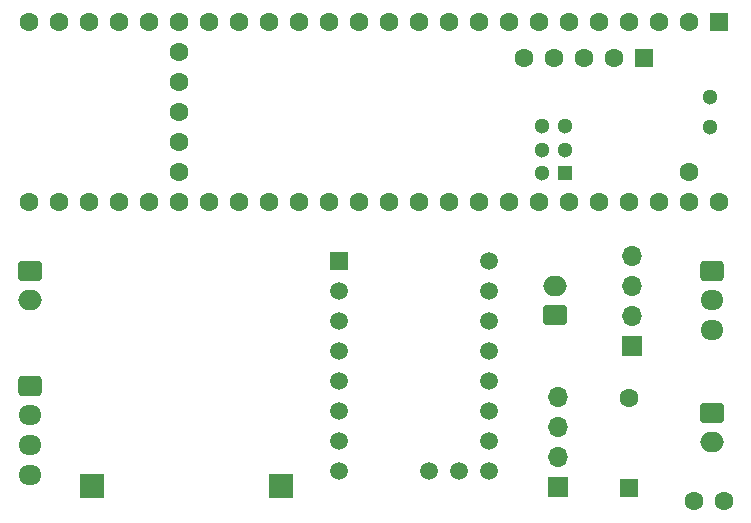
<source format=gbr>
%TF.GenerationSoftware,KiCad,Pcbnew,9.0.0*%
%TF.CreationDate,2025-04-30T22:01:28-04:00*%
%TF.ProjectId,arm,61726d2e-6b69-4636-9164-5f7063625858,rev?*%
%TF.SameCoordinates,Original*%
%TF.FileFunction,Soldermask,Bot*%
%TF.FilePolarity,Negative*%
%FSLAX46Y46*%
G04 Gerber Fmt 4.6, Leading zero omitted, Abs format (unit mm)*
G04 Created by KiCad (PCBNEW 9.0.0) date 2025-04-30 22:01:28*
%MOMM*%
%LPD*%
G01*
G04 APERTURE LIST*
G04 Aperture macros list*
%AMRoundRect*
0 Rectangle with rounded corners*
0 $1 Rounding radius*
0 $2 $3 $4 $5 $6 $7 $8 $9 X,Y pos of 4 corners*
0 Add a 4 corners polygon primitive as box body*
4,1,4,$2,$3,$4,$5,$6,$7,$8,$9,$2,$3,0*
0 Add four circle primitives for the rounded corners*
1,1,$1+$1,$2,$3*
1,1,$1+$1,$4,$5*
1,1,$1+$1,$6,$7*
1,1,$1+$1,$8,$9*
0 Add four rect primitives between the rounded corners*
20,1,$1+$1,$2,$3,$4,$5,0*
20,1,$1+$1,$4,$5,$6,$7,0*
20,1,$1+$1,$6,$7,$8,$9,0*
20,1,$1+$1,$8,$9,$2,$3,0*%
G04 Aperture macros list end*
%ADD10R,2.000000X2.000000*%
%ADD11RoundRect,0.250000X0.750000X-0.600000X0.750000X0.600000X-0.750000X0.600000X-0.750000X-0.600000X0*%
%ADD12O,2.000000X1.700000*%
%ADD13RoundRect,0.250000X0.550000X-0.550000X0.550000X0.550000X-0.550000X0.550000X-0.550000X-0.550000X0*%
%ADD14C,1.600000*%
%ADD15RoundRect,0.250000X-0.750000X0.600000X-0.750000X-0.600000X0.750000X-0.600000X0.750000X0.600000X0*%
%ADD16R,1.508000X1.508000*%
%ADD17C,1.508000*%
%ADD18R,1.700000X1.700000*%
%ADD19O,1.700000X1.700000*%
%ADD20RoundRect,0.250000X-0.725000X0.600000X-0.725000X-0.600000X0.725000X-0.600000X0.725000X0.600000X0*%
%ADD21O,1.950000X1.700000*%
%ADD22R,1.600000X1.600000*%
%ADD23R,1.300000X1.300000*%
%ADD24C,1.300000*%
G04 APERTURE END LIST*
D10*
%TO.C,REF\u002A\u002A*%
X137500000Y-115250000D03*
%TD*%
D11*
%TO.C,5V*%
X160700000Y-100750000D03*
D12*
X160700000Y-98250000D03*
%TD*%
D13*
%TO.C,SW*%
X167000000Y-115370000D03*
D14*
X167000000Y-107750000D03*
%TD*%
D15*
%TO.C,RX/TX*%
X116250000Y-97000000D03*
D12*
X116250000Y-99500000D03*
%TD*%
D16*
%TO.C,TMC_2209*%
X142400000Y-96170000D03*
D17*
X142400000Y-98710000D03*
X142400000Y-101250000D03*
X142400000Y-103790000D03*
X142400000Y-106330000D03*
X142400000Y-108870000D03*
X142400000Y-111410000D03*
X142400000Y-113950000D03*
X155100000Y-96170000D03*
X155100000Y-98710000D03*
X155100000Y-101250000D03*
X155100000Y-103790000D03*
X155100000Y-106330000D03*
X155100000Y-108870000D03*
X155100000Y-111410000D03*
X155100000Y-113950000D03*
X150020000Y-113950000D03*
X152560000Y-113950000D03*
%TD*%
D10*
%TO.C,REF\u002A\u002A*%
X121500000Y-115250000D03*
%TD*%
D18*
%TO.C,Ground*%
X167250000Y-103370000D03*
D19*
X167250000Y-100830000D03*
X167250000Y-98290000D03*
X167250000Y-95750000D03*
%TD*%
D14*
%TO.C,C1*%
X175000000Y-116500000D03*
X172500000Y-116500000D03*
%TD*%
D15*
%TO.C,24V*%
X174000000Y-109000000D03*
D12*
X174000000Y-111500000D03*
%TD*%
D20*
%TO.C,Stepper*%
X116250000Y-106750000D03*
D21*
X116250000Y-109250000D03*
X116250000Y-111750000D03*
X116250000Y-114250000D03*
%TD*%
D22*
%TO.C,Teensy1*%
X174570000Y-75948400D03*
D14*
X172030000Y-75948400D03*
X169490000Y-75948400D03*
X166950000Y-75948400D03*
X164410000Y-75948400D03*
X161870000Y-75948400D03*
X159330000Y-75948400D03*
X156790000Y-75948400D03*
X154250000Y-75948400D03*
X151710000Y-75948400D03*
X149170000Y-75948400D03*
X146630000Y-75948400D03*
X144090000Y-75948400D03*
X141550000Y-75948400D03*
X139010000Y-75948400D03*
X136470000Y-75948400D03*
X133930000Y-75948400D03*
X131390000Y-75948400D03*
X128850000Y-75948400D03*
X126310000Y-75948400D03*
X123770000Y-75948400D03*
X121230000Y-75948400D03*
X118690000Y-75948400D03*
X116150000Y-75948400D03*
X116150000Y-91188400D03*
X118690000Y-91188400D03*
X121230000Y-91188400D03*
X123770000Y-91188400D03*
X126310000Y-91188400D03*
X128850000Y-91188400D03*
X131390000Y-91188400D03*
X133930000Y-91188400D03*
X136470000Y-91188400D03*
X139010000Y-91188400D03*
X141550000Y-91188400D03*
X144090000Y-91188400D03*
X146630000Y-91188400D03*
X149170000Y-91188400D03*
X151710000Y-91188400D03*
X154250000Y-91188400D03*
X156790000Y-91188400D03*
X159330000Y-91188400D03*
X161870000Y-91188400D03*
X164410000Y-91188400D03*
X166950000Y-91188400D03*
X169490000Y-91188400D03*
X172030000Y-91188400D03*
X174570000Y-91188400D03*
X172030000Y-88648400D03*
X128850000Y-78488400D03*
X128850000Y-81028400D03*
X128850000Y-83568400D03*
X128850000Y-86108400D03*
X128850000Y-88648400D03*
D22*
X168270800Y-78999200D03*
D14*
X165730800Y-78999200D03*
X163190800Y-78999200D03*
X160650800Y-78999200D03*
X158110800Y-78999200D03*
D23*
X161600000Y-88750000D03*
D24*
X161600000Y-86750000D03*
X161600000Y-84750000D03*
X159600000Y-84750000D03*
X159600000Y-86750000D03*
X159600000Y-88750000D03*
X173840000Y-84838400D03*
X173840000Y-82298400D03*
%TD*%
D20*
%TO.C,Linear Actuator*%
X174000000Y-97000000D03*
D21*
X174000000Y-99500000D03*
X174000000Y-102000000D03*
%TD*%
D18*
%TO.C,5V_BUCK*%
X161000000Y-115330000D03*
D19*
X161000000Y-112790000D03*
X161000000Y-110250000D03*
X161000000Y-107710000D03*
%TD*%
M02*

</source>
